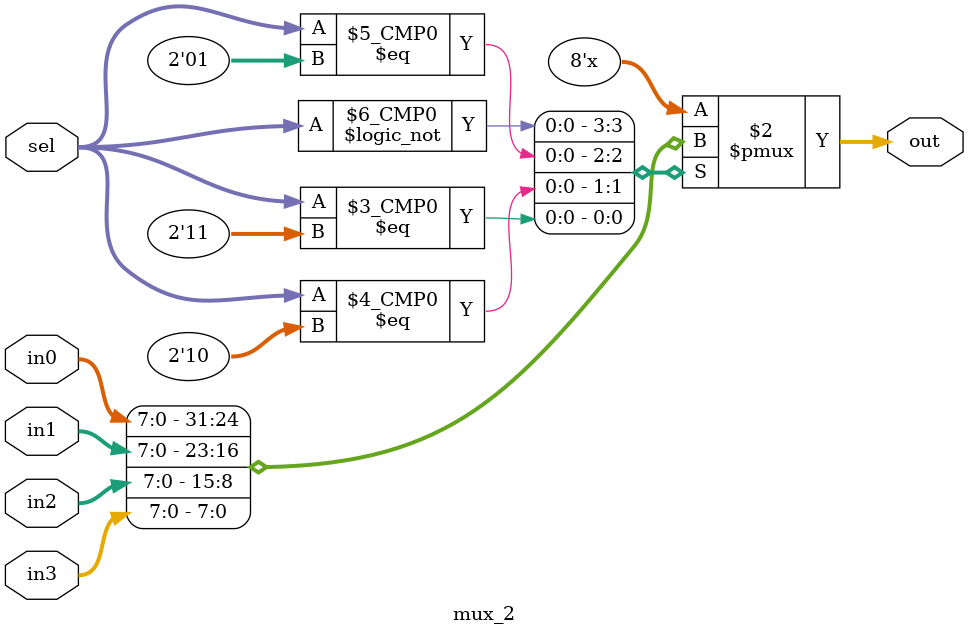
<source format=v>
module mux_2 (in0,in1,in2,in3, sel, out);
	input wire [7:0] in0,in1,in2,in3;
	input wire [1:0] sel;
	output reg [7:0] out;
	always @ (*)
		begin
			case (sel)
				0: out<=in0;
				1: out<=in1;
				2: out<=in2;
				3: out<=in3;
				default: out<=0;
			endcase
		end
endmodule
</source>
